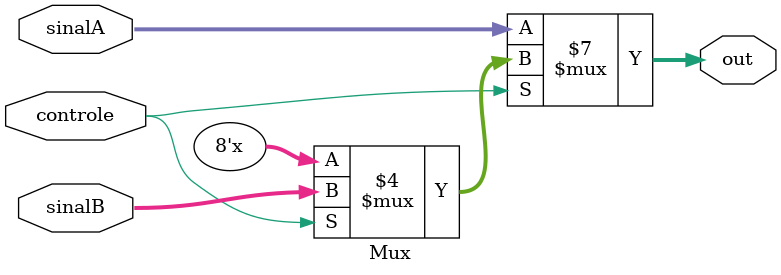
<source format=v>
module Mux(sinalA, sinalB, controle, out);

	input[7:0] sinalA, sinalB;		// valores genericos de 8 bits
	input controle;					// sinal de controle generico
	output reg[7:0] out;				// saida

	// escolhe saida com base no sinal de controle
	always @(sinalA, sinalB, controle)
		begin
			if(controle == 1'b0)	out <= sinalA;
			else if(controle == 1'b1)	out <= sinalB;	
		end

endmodule

</source>
